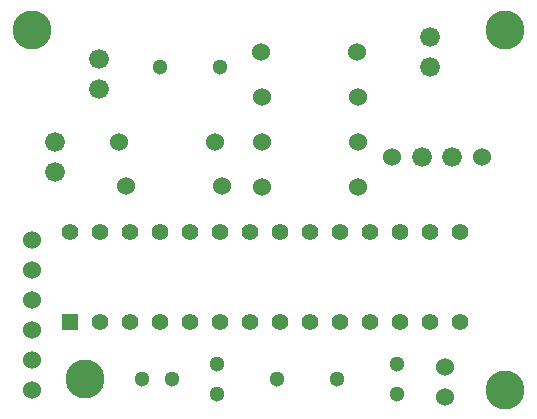
<source format=gbs>
%FSLAX46Y46*%
G04 Gerber Fmt 4.6, Leading zero omitted, Abs format (unit mm)*
G04 Created by KiCad (PCBNEW (2014-jul-16 BZR unknown)-product) date Mon 06 Oct 2014 22:12:13 BST*
%MOMM*%
G01*
G04 APERTURE LIST*
%ADD10C,0.100000*%
%ADD11C,1.300000*%
%ADD12C,1.397000*%
%ADD13R,1.397000X1.397000*%
%ADD14C,1.524000*%
%ADD15C,3.300000*%
%ADD16C,1.676400*%
G04 APERTURE END LIST*
D10*
D11*
X106426000Y-117856000D03*
X108966000Y-117856000D03*
X117856000Y-117856000D03*
X122936000Y-117856000D03*
X112776000Y-116586000D03*
X112776000Y-119126000D03*
X128016000Y-116586000D03*
X128016000Y-119126000D03*
D12*
X102870000Y-113030000D03*
X105410000Y-113030000D03*
X107950000Y-113030000D03*
X110490000Y-113030000D03*
X113030000Y-113030000D03*
X115570000Y-113030000D03*
X118110000Y-113030000D03*
X120650000Y-113030000D03*
X123190000Y-113030000D03*
X125730000Y-113030000D03*
X128270000Y-113030000D03*
X130810000Y-113030000D03*
X133350000Y-113030000D03*
D13*
X100330000Y-113030000D03*
D12*
X133350000Y-105410000D03*
X130810000Y-105410000D03*
X128270000Y-105410000D03*
X125730000Y-105410000D03*
X123190000Y-105410000D03*
X120650000Y-105410000D03*
X118110000Y-105410000D03*
X115570000Y-105410000D03*
X113030000Y-105410000D03*
X110490000Y-105410000D03*
X107950000Y-105410000D03*
X105410000Y-105410000D03*
X102870000Y-105410000D03*
X100330000Y-105410000D03*
D11*
X113030000Y-91440000D03*
X107950000Y-91440000D03*
D14*
X132080000Y-116840000D03*
X132080000Y-119380000D03*
X97155000Y-111125000D03*
X97155000Y-113665000D03*
X97155000Y-108585000D03*
X97155000Y-106045000D03*
X97155000Y-116205000D03*
X97155000Y-118745000D03*
D15*
X137160000Y-88265000D03*
X97155000Y-88265000D03*
X137160000Y-118745000D03*
X101600000Y-117856000D03*
D16*
X99060000Y-100330000D03*
X99060000Y-97790000D03*
X130149600Y-99034600D03*
X132689600Y-99034600D03*
D14*
X135229600Y-99034600D03*
X127609600Y-99034600D03*
D16*
X102844600Y-93319600D03*
X102844600Y-90779600D03*
D14*
X124714000Y-97790000D03*
X116586000Y-97790000D03*
X124714000Y-94005400D03*
X116586000Y-94005400D03*
X105105200Y-101523800D03*
X113233200Y-101523800D03*
X116560600Y-90195400D03*
X124688600Y-90195400D03*
X124714000Y-101625400D03*
X116586000Y-101625400D03*
X104521000Y-97815400D03*
X112649000Y-97815400D03*
D16*
X130835400Y-91414600D03*
X130835400Y-88874600D03*
M02*

</source>
